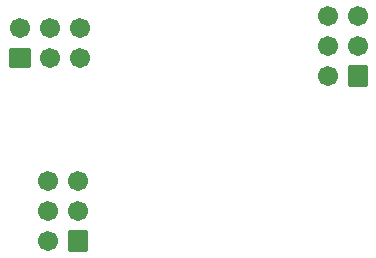
<source format=gbs>
G04 Layer: BottomSolderMaskLayer*
G04 EasyEDA Pro v2.2.27.1, 2024-09-15 10:59:50*
G04 Gerber Generator version 0.3*
G04 Scale: 100 percent, Rotated: No, Reflected: No*
G04 Dimensions in millimeters*
G04 Leading zeros omitted, absolute positions, 3 integers and 5 decimals*
%TF.GenerationSoftware,KiCad,Pcbnew,8.0.5*%
%TF.CreationDate,2024-09-28T17:02:44+08:00*%
%TF.ProjectId,DCDC_power_24V-12V-5V,44434443-5f70-46f7-9765-725f3234562d,rev?*%
%TF.SameCoordinates,Original*%
%TF.FileFunction,Soldermask,Bot*%
%TF.FilePolarity,Negative*%
%FSLAX46Y46*%
G04 Gerber Fmt 4.6, Leading zero omitted, Abs format (unit mm)*
G04 Created by KiCad (PCBNEW 8.0.5) date 2024-09-28 17:02:44*
%MOMM*%
%LPD*%
G01*
G04 APERTURE LIST*
G04 Aperture macros list*
%AMRoundRect*
0 Rectangle with rounded corners*
0 $1 Rounding radius*
0 $2 $3 $4 $5 $6 $7 $8 $9 X,Y pos of 4 corners*
0 Add a 4 corners polygon primitive as box body*
4,1,4,$2,$3,$4,$5,$6,$7,$8,$9,$2,$3,0*
0 Add four circle primitives for the rounded corners*
1,1,$1+$1,$2,$3*
1,1,$1+$1,$4,$5*
1,1,$1+$1,$6,$7*
1,1,$1+$1,$8,$9*
0 Add four rect primitives between the rounded corners*
20,1,$1+$1,$2,$3,$4,$5,0*
20,1,$1+$1,$4,$5,$6,$7,0*
20,1,$1+$1,$6,$7,$8,$9,0*
20,1,$1+$1,$8,$9,$2,$3,0*%
G04 Aperture macros list end*
%ADD10RoundRect,0.050800X-0.850000X-0.800000X0.850000X-0.800000X0.850000X0.800000X-0.850000X0.800000X0*%
%ADD11C,1.701600*%
%ADD12RoundRect,0.050800X0.800000X-0.850000X0.800000X0.850000X-0.800000X0.850000X-0.800000X-0.850000X0*%
G04 APERTURE END LIST*
D10*
%TO.C,H2*%
X90524400Y-83562100D03*
D11*
X90524400Y-81022100D03*
X93064400Y-83562100D03*
X93064400Y-81022100D03*
X95604400Y-83562100D03*
X95604400Y-81022100D03*
%TD*%
D12*
%TO.C,H3*%
X119134400Y-85032100D03*
D11*
X116594400Y-85032100D03*
X119134400Y-82492100D03*
X116594400Y-82492100D03*
X119134400Y-79952100D03*
X116594400Y-79952100D03*
%TD*%
D12*
%TO.C,H1*%
X95434400Y-99032100D03*
D11*
X92894400Y-99032100D03*
X95434400Y-96492100D03*
X92894400Y-96492100D03*
X95434400Y-93952100D03*
X92894400Y-93952100D03*
%TD*%
M02*

</source>
